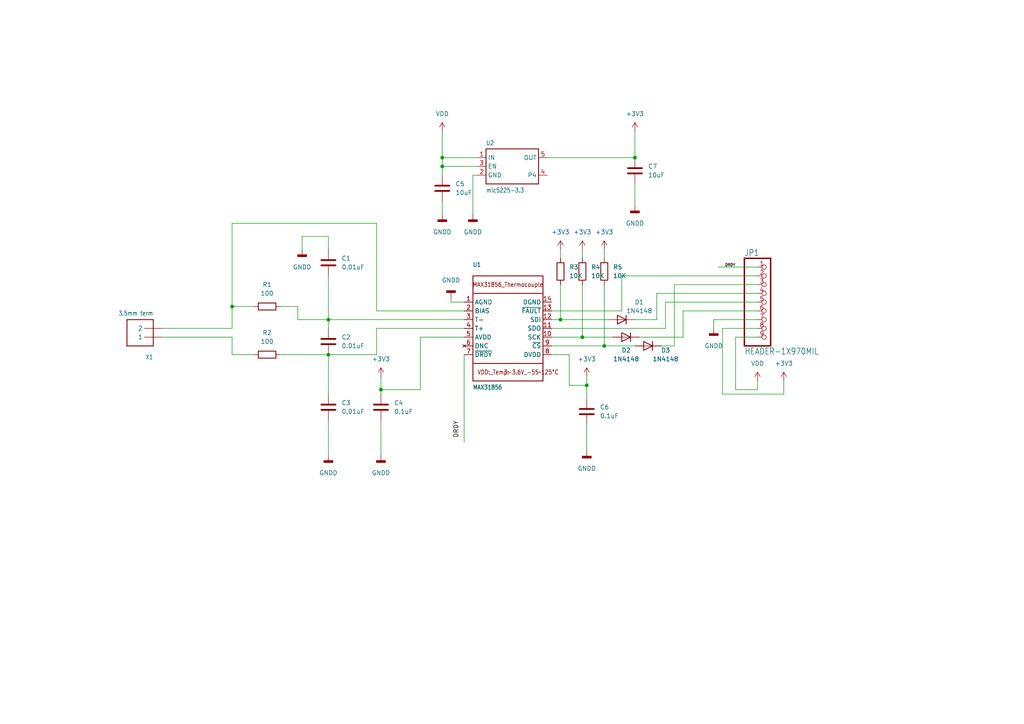
<source format=kicad_sch>
(kicad_sch (version 20211123) (generator eeschema)
  (paper "A4")
  (title_block (title "MAX31856 Thermocouple Amplifier") (date "2022-07-25") (rev "0.0.0") (company "FirstLink Consulting Services") (comment 1 "Shameless Copy from AdaFruit") (comment 2 "Hardware Class 2022"))
  (lib_symbols
    (symbol "Adafruit MAX31856-eagle-import:HEADER-1X970MIL"
      (property "Reference" "JP" (at -6.35 13.335 0))
      (property "Value" "HEADER-1X970MIL" (at -6.35 -15.24 0))
      (symbol "HEADER-1X970MIL_1_0"
        (polyline (pts (xy -6.35 -12.7) (xy 1.27 -12.7)) (stroke (width 0.4064)))
        (polyline (pts (xy -6.35 12.7) (xy -6.35 -12.7)) (stroke (width 0.4064)))
        (polyline (pts (xy 1.27 -12.7) (xy 1.27 12.7)) (stroke (width 0.4064)))
        (polyline (pts (xy 1.27 12.7) (xy -6.35 12.7)) (stroke (width 0.4064)))
        (pin passive inverted (at -2.54 10.16 0) (length 2.54) (name "1") (number "1"))
        (pin passive inverted (at -2.54 7.62 0) (length 2.54) (name "2") (number "2"))
        (pin passive inverted (at -2.54 5.08 0) (length 2.54) (name "3") (number "3"))
        (pin passive inverted (at -2.54 2.54 0) (length 2.54) (name "4") (number "4"))
        (pin passive inverted (at -2.54 0 0) (length 2.54) (name "5") (number "5"))
        (pin passive inverted (at -2.54 -2.54 0) (length 2.54) (name "6") (number "6"))
        (pin passive inverted (at -2.54 -5.08 0) (length 2.54) (name "7") (number "7"))
        (pin passive inverted (at -2.54 -7.62 0) (length 2.54) (name "8") (number "8"))
        (pin passive inverted (at -2.54 -10.16 0) (length 2.54) (name "9") (number "9"))
      )
    )
    (symbol "Adafruit MAX31856-eagle-import:MAX31856"
      (property "Value" "MAX31856" (at -10.16 -17.78 0))
      (symbol "MAX31856_1_0"
        (polyline (pts (xy -10.16 -15.24) (xy 10.16 -15.24)) (stroke (width 0.254)))
        (polyline (pts (xy -10.16 -10.16) (xy -10.16 -15.24)) (stroke (width 0.254)))
        (polyline (pts (xy -10.16 -10.16) (xy -10.16 10.16)) (stroke (width 0.254)))
        (polyline (pts (xy -10.16 10.16) (xy -10.16 15.24)) (stroke (width 0.254)))
        (polyline (pts (xy -10.16 10.16) (xy 10.16 10.16)) (stroke (width 0.254)))
        (polyline (pts (xy -10.16 15.24) (xy 10.16 15.24)) (stroke (width 0.254)))
        (polyline (pts (xy 10.16 -15.24) (xy 10.16 -10.16)) (stroke (width 0.254)))
        (polyline (pts (xy 10.16 -10.16) (xy -10.16 -10.16)) (stroke (width 0.254)))
        (polyline (pts (xy 10.16 10.16) (xy 10.16 -10.16)) (stroke (width 0.254)))
        (polyline (pts (xy 10.16 15.24) (xy 10.16 10.16)) (stroke (width 0.254)))
        (text "3-3.6V_-55~125°C" (at -1.27 -12.7 0) (effects (font (size 1.27 1.0795)) (justify left)))
        (text "MAX31856_Thermocouple" (at 0 12.7 0) (effects (font (size 1.27 1.0795))))
        (text "VDD:_Temp:" (at -8.89 -12.7 0) (effects (font (size 1.27 1.0795)) (justify left)))
        (pin power_in line (at -12.7 7.62 0) (length 2.54) (name "AGND") (number "1"))
        (pin input line (at 12.7 -2.54 180) (length 2.54) (name "SCK") (number "10"))
        (pin output line (at 12.7 0 180) (length 2.54) (name "SDO") (number "11"))
        (pin input line (at 12.7 2.54 180) (length 2.54) (name "SDI") (number "12"))
        (pin output line (at 12.7 5.08 180) (length 2.54) (name "~{FAULT}") (number "13"))
        (pin power_in line (at 12.7 7.62 180) (length 2.54) (name "DGND") (number "14"))
        (pin power_in line (at -12.7 5.08 0) (length 2.54) (name "BIAS") (number "2"))
        (pin input line (at -12.7 2.54 0) (length 2.54) (name "T-") (number "3"))
        (pin input line (at -12.7 0 0) (length 2.54) (name "T+") (number "4"))
        (pin power_in line (at -12.7 -2.54 0) (length 2.54) (name "AVDD") (number "5"))
        (pin no_connect line (at -12.7 -5.08 0) (length 2.54) (name "DNC") (number "6"))
        (pin output line (at -12.7 -7.62 0) (length 2.54) (name "~{DRDY}") (number "7"))
        (pin power_in line (at 12.7 -7.62 180) (length 2.54) (name "DVDD") (number "8"))
        (pin input line (at 12.7 -5.08 180) (length 2.54) (name "~{CS}") (number "9"))
      )
    )
    (symbol "Adafruit MAX31856-eagle-import:TERMBLOCK_1X2"
      (property "Reference" "X" (at -2.54 7.62 0))
      (property "Value" "TERMBLOCK_1X2" (at -2.54 -5.08 0))
      (symbol "TERMBLOCK_1X2_1_0"
        (polyline (pts (xy -2.54 -2.54) (xy 5.08 -2.54)) (stroke (width 0.254)))
        (polyline (pts (xy -2.54 5.08) (xy -2.54 -2.54)) (stroke (width 0.254)))
        (polyline (pts (xy 5.08 -2.54) (xy 5.08 5.08)) (stroke (width 0.254)))
        (polyline (pts (xy 5.08 5.08) (xy -2.54 5.08)) (stroke (width 0.254)))
        (pin passive line (at -5.08 2.54 0) (length 5.08) (name "1") (number "1"))
        (pin passive line (at -5.08 0 0) (length 5.08) (name "2") (number "2"))
      )
    )
    (symbol "Adafruit MAX31856-eagle-import:VREG_SOT23-5"
      (property "Reference" "U" (at -7.62 6.096 0))
      (property "Value" "VREG_SOT23-5" (at -7.62 -7.62 0))
      (symbol "VREG_SOT23-5_1_0"
        (polyline (pts (xy -7.62 -5.08) (xy -7.62 5.08)) (stroke (width 0.254)))
        (polyline (pts (xy -7.62 5.08) (xy 7.62 5.08)) (stroke (width 0.254)))
        (polyline (pts (xy 7.62 -5.08) (xy -7.62 -5.08)) (stroke (width 0.254)))
        (polyline (pts (xy 7.62 5.08) (xy 7.62 -5.08)) (stroke (width 0.254)))
        (pin power_in line (at -10.16 2.54 0) (length 2.54) (name "IN") (number "1"))
        (pin power_in line (at -10.16 -2.54 0) (length 2.54) (name "GND") (number "2"))
        (pin input line (at -10.16 0 0) (length 2.54) (name "EN") (number "3"))
        (pin bidirectional line (at 10.16 -2.54 180) (length 2.54) (name "P4") (number "4"))
        (pin power_in line (at 10.16 2.54 180) (length 2.54) (name "OUT") (number "5"))
      )
    )
    (symbol "Device:C" (pin_numbers hide) (pin_names (offset 0.254))
      (property "Reference" "C" (at 0.635 2.54 0))
      (property "Value" "C" (at 0.635 -2.54 0))
      (symbol "C_0_1"
        (polyline (pts (xy -2.032 -0.762) (xy 2.032 -0.762)) (stroke (width 0.508)))
        (polyline (pts (xy -2.032 0.762) (xy 2.032 0.762)) (stroke (width 0.508)))
      )
      (symbol "C_1_1"
        (pin passive line (at 0 3.81 270) (length 2.794) (name "~") (number "1"))
        (pin passive line (at 0 -3.81 90) (length 2.794) (name "~") (number "2"))
      )
    )
    (symbol "Device:D" (pin_numbers hide) (pin_names (offset 1.016) hide)
      (property "Reference" "D" (at 0 2.54 0))
      (property "Value" "D" (at 0 -2.54 0))
      (symbol "D_0_1"
        (polyline (pts (xy -1.27 1.27) (xy -1.27 -1.27)) (stroke (width 0.254)))
        (polyline (pts (xy 1.27 0) (xy -1.27 0)))
        (polyline (pts (xy 1.27 1.27) (xy 1.27 -1.27) (xy -1.27 0) (xy 1.27 1.27)) (stroke (width 0.254)))
      )
      (symbol "D_1_1"
        (pin passive line (at -3.81 0 0) (length 2.54) (name "K") (number "1"))
        (pin passive line (at 3.81 0 180) (length 2.54) (name "A") (number "2"))
      )
    )
    (symbol "Device:R" (pin_numbers hide) (pin_names (offset 0))
      (property "Reference" "R" (at 2.032 0 90))
      (property "Value" "R" (at 0 0 90))
      (symbol "R_0_1"
        (rectangle (start -1.016 -2.54) (end 1.016 2.54) (stroke (width 0.254)))
      )
      (symbol "R_1_1"
        (pin passive line (at 0 3.81 270) (length 1.27) (name "~") (number "1"))
        (pin passive line (at 0 -3.81 90) (length 1.27) (name "~") (number "2"))
      )
    )
    (symbol "power:+3.3V" (power) (pin_names (offset 0))
      (property "Value" "+3.3V" (at 0 3.556 0))
      (symbol "+3.3V_0_1"
        (polyline (pts (xy -0.762 1.27) (xy 0 2.54)))
        (polyline (pts (xy 0 0) (xy 0 2.54)))
        (polyline (pts (xy 0 2.54) (xy 0.762 1.27)))
      )
      (symbol "+3.3V_1_1"
        (pin power_in line (at 0 0 90) (length 0) hide (name "+3V3") (number "1"))
      )
    )
    (symbol "power:+3V3" (power) (pin_names (offset 0))
      (property "Value" "+3V3" (at 0 3.556 0))
      (symbol "+3V3_0_1"
        (polyline (pts (xy -0.762 1.27) (xy 0 2.54)))
        (polyline (pts (xy 0 0) (xy 0 2.54)))
        (polyline (pts (xy 0 2.54) (xy 0.762 1.27)))
      )
      (symbol "+3V3_1_1"
        (pin power_in line (at 0 0 90) (length 0) hide (name "+3V3") (number "1"))
      )
    )
    (symbol "power:GNDD" (power) (pin_names (offset 0))
      (property "Value" "GNDD" (at 0 -3.175 0))
      (symbol "GNDD_0_1"
        (rectangle (start -1.27 -1.524) (end 1.27 -2.032) (stroke (width 0.254)) (fill (type outline)))
        (polyline (pts (xy 0 0) (xy 0 -1.524)))
      )
      (symbol "GNDD_1_1"
        (pin power_in line (at 0 0 270) (length 0) hide (name "GNDD") (number "1"))
      )
    )
    (symbol "power:VDD" (power) (pin_names (offset 0))
      (property "Value" "VDD" (at 0 3.81 0))
      (symbol "VDD_0_1"
        (polyline (pts (xy -0.762 1.27) (xy 0 2.54)))
        (polyline (pts (xy 0 0) (xy 0 2.54)))
        (polyline (pts (xy 0 2.54) (xy 0.762 1.27)))
      )
      (symbol "VDD_1_1"
        (pin power_in line (at 0 0 90) (length 0) hide (name "VDD") (number "1"))
      )
    )
  )
  (junction (at 95.25 102.87))
  (junction (at 128.27 45.72))
  (junction (at 95.25 92.71))
  (junction (at 162.56 92.71))
  (junction (at 110.49 113.03))
  (junction (at 184.15 45.72))
  (junction (at 67.31 88.9))
  (junction (at 170.18 111.76))
  (junction (at 168.91 97.79))
  (junction (at 128.27 48.26))
  (junction (at 175.26 100.33))
  (wire (pts (xy 128.27 58.42) (xy 128.27 62.23)))
  (wire (pts (xy 134.62 92.71) (xy 95.25 92.71)))
  (wire (pts (xy 73.66 102.87) (xy 67.31 102.87)))
  (wire (pts (xy 110.49 113.03) (xy 110.49 114.3)))
  (wire (pts (xy 134.62 102.87) (xy 134.62 128.27)))
  (wire (pts (xy 209.55 95.25) (xy 219.71 95.25)))
  (wire (pts (xy 109.22 95.25) (xy 109.22 102.87)))
  (wire (pts (xy 175.26 100.33) (xy 184.15 100.33)))
  (wire (pts (xy 168.91 97.79) (xy 177.8 97.79)))
  (wire (pts (xy 67.31 95.25) (xy 46.99 95.25)))
  (wire (pts (xy 180.34 80.01) (xy 180.34 90.17)))
  (wire (pts (xy 128.27 48.26) (xy 138.43 48.26)))
  (wire (pts (xy 158.75 45.72) (xy 184.15 45.72)))
  (wire (pts (xy 81.28 102.87) (xy 95.25 102.87)))
  (wire (pts (xy 109.22 90.17) (xy 109.22 64.77)))
  (wire (pts (xy 162.56 72.39) (xy 162.56 74.93)))
  (wire (pts (xy 130.81 86.36) (xy 130.81 87.63)))
  (wire (pts (xy 95.25 121.92) (xy 95.25 132.08)))
  (wire (pts (xy 165.1 102.87) (xy 165.1 111.76)))
  (wire (pts (xy 193.04 95.25) (xy 193.04 87.63)))
  (wire (pts (xy 67.31 64.77) (xy 67.31 88.9)))
  (wire (pts (xy 128.27 48.26) (xy 128.27 50.8)))
  (wire (pts (xy 160.02 92.71) (xy 162.56 92.71)))
  (wire (pts (xy 175.26 72.39) (xy 175.26 74.93)))
  (wire (pts (xy 213.36 97.79) (xy 219.71 97.79)))
  (wire (pts (xy 213.36 113.03) (xy 213.36 97.79)))
  (wire (pts (xy 138.43 50.8) (xy 137.16 50.8)))
  (wire (pts (xy 170.18 111.76) (xy 170.18 115.57)))
  (wire (pts (xy 160.02 100.33) (xy 175.26 100.33)))
  (wire (pts (xy 95.25 72.39) (xy 95.25 68.58)))
  (wire (pts (xy 128.27 45.72) (xy 128.27 48.26)))
  (wire (pts (xy 207.01 92.71) (xy 207.01 95.25)))
  (wire (pts (xy 110.49 109.22) (xy 110.49 113.03)))
  (wire (pts (xy 87.63 68.58) (xy 87.63 72.39)))
  (wire (pts (xy 110.49 121.92) (xy 110.49 132.08)))
  (wire (pts (xy 67.31 102.87) (xy 67.31 97.79)))
  (wire (pts (xy 184.15 38.1) (xy 184.15 45.72)))
  (wire (pts (xy 95.25 68.58) (xy 87.63 68.58)))
  (wire (pts (xy 95.25 92.71) (xy 86.36 92.71)))
  (wire (pts (xy 190.5 85.09) (xy 190.5 92.71)))
  (wire (pts (xy 128.27 45.72) (xy 138.43 45.72)))
  (wire (pts (xy 219.71 80.01) (xy 180.34 80.01)))
  (wire (pts (xy 165.1 111.76) (xy 170.18 111.76)))
  (wire (pts (xy 137.16 50.8) (xy 137.16 62.23)))
  (wire (pts (xy 67.31 88.9) (xy 67.31 95.25)))
  (wire (pts (xy 134.62 97.79) (xy 121.92 97.79)))
  (wire (pts (xy 184.15 53.34) (xy 184.15 59.69)))
  (wire (pts (xy 209.55 95.25) (xy 209.55 114.3)))
  (wire (pts (xy 162.56 82.55) (xy 162.56 92.71)))
  (wire (pts (xy 128.27 38.1) (xy 128.27 45.72)))
  (wire (pts (xy 134.62 87.63) (xy 130.81 87.63)))
  (wire (pts (xy 160.02 97.79) (xy 168.91 97.79)))
  (wire (pts (xy 168.91 82.55) (xy 168.91 97.79)))
  (wire (pts (xy 185.42 97.79) (xy 198.12 97.79)))
  (wire (pts (xy 170.18 123.19) (xy 170.18 130.81)))
  (wire (pts (xy 134.62 95.25) (xy 109.22 95.25)))
  (wire (pts (xy 160.02 90.17) (xy 180.34 90.17)))
  (wire (pts (xy 110.49 113.03) (xy 121.92 113.03)))
  (wire (pts (xy 191.77 100.33) (xy 195.58 100.33)))
  (wire (pts (xy 219.71 90.17) (xy 198.12 90.17)))
  (wire (pts (xy 109.22 102.87) (xy 95.25 102.87)))
  (wire (pts (xy 219.71 113.03) (xy 213.36 113.03)))
  (wire (pts (xy 219.71 85.09) (xy 190.5 85.09)))
  (wire (pts (xy 193.04 87.63) (xy 219.71 87.63)))
  (wire (pts (xy 198.12 90.17) (xy 198.12 97.79)))
  (wire (pts (xy 170.18 109.22) (xy 170.18 111.76)))
  (wire (pts (xy 86.36 88.9) (xy 81.28 88.9)))
  (wire (pts (xy 195.58 100.33) (xy 195.58 82.55)))
  (wire (pts (xy 219.71 110.49) (xy 219.71 113.03)))
  (wire (pts (xy 86.36 92.71) (xy 86.36 88.9)))
  (wire (pts (xy 209.55 114.3) (xy 227.33 114.3)))
  (wire (pts (xy 95.25 92.71) (xy 95.25 95.25)))
  (wire (pts (xy 160.02 102.87) (xy 165.1 102.87)))
  (wire (pts (xy 134.62 90.17) (xy 109.22 90.17)))
  (wire (pts (xy 121.92 97.79) (xy 121.92 113.03)))
  (wire (pts (xy 160.02 95.25) (xy 193.04 95.25)))
  (wire (pts (xy 195.58 82.55) (xy 219.71 82.55)))
  (wire (pts (xy 73.66 88.9) (xy 67.31 88.9)))
  (wire (pts (xy 208.28 77.47) (xy 219.71 77.47)))
  (wire (pts (xy 175.26 82.55) (xy 175.26 100.33)))
  (wire (pts (xy 46.99 97.79) (xy 67.31 97.79)))
  (wire (pts (xy 95.25 102.87) (xy 95.25 114.3)))
  (wire (pts (xy 219.71 92.71) (xy 207.01 92.71)))
  (wire (pts (xy 168.91 72.39) (xy 168.91 74.93)))
  (wire (pts (xy 184.15 92.71) (xy 190.5 92.71)))
  (wire (pts (xy 95.25 80.01) (xy 95.25 92.71)))
  (wire (pts (xy 109.22 64.77) (xy 67.31 64.77)))
  (wire (pts (xy 227.33 114.3) (xy 227.33 110.49)))
  (wire (pts (xy 162.56 92.71) (xy 176.53 92.71)))
  (label "DRDY" (at 133.35 127 90))
  (label "DRDY" (at 213.36 77.47 180) (effects (font (size 0.762 0.762))))
  (symbol (lib_id "power:GNDD") (at 184.15 59.69 0) (unit 1)
    (property "Reference" "#PWR0105" (effects hide))
    (property "Value" "GNDD" (at 184.15 64.77 0))
  )
  (symbol (lib_id "power:+3V3") (at 227.33 110.49 0) (unit 1)
    (property "Reference" "#PWR015" (effects hide))
    (property "Value" "+3V3" (at 227.33 105.41 0))
  )
  (symbol (lib_id "Device:C") (at 170.18 119.38 0) (unit 1)
    (property "Reference" "C6" (at 173.99 118.1099 0) (effects (justify left)))
    (property "Value" "0.1uF" (at 173.99 120.6499 0) (effects (justify left)))
    (property "Footprint" "Capacitor_SMD:C_1206_3216Metric_Pad1.33x1.80mm_HandSolder" (effects hide))
  )
  (symbol (lib_id "Device:R") (at 77.47 88.9 90) (unit 1)
    (property "Reference" "R1" (at 77.47 82.55 90))
    (property "Value" "100" (at 77.47 85.09 90))
    (property "Footprint" "Resistor_SMD:R_1206_3216Metric_Pad1.30x1.75mm_HandSolder" (effects hide))
  )
  (symbol (lib_id "Adafruit MAX31856-eagle-import:MAX31856") (at 147.32 95.25 0) (unit 1)
    (property "Reference" "U1" (at 137.16 77.47 0) (effects (font (size 1.27 1.0795)) (justify left bottom)))
    (property "Value" "MAX31856" (at 137.16 113.03 0) (effects (font (size 1.27 1.0795)) (justify left bottom)))
    (property "Footprint" "MAX31856MUD_:SOP65P640X110-14N" (effects hide))
  )
  (symbol (lib_id "power:GNDD") (at 130.81 86.36 180) (unit 1)
    (property "Reference" "#PWR04" (effects hide))
    (property "Value" "GNDD" (at 130.81 81.28 0))
  )
  (symbol (lib_id "Device:C") (at 95.25 118.11 0) (unit 1)
    (property "Reference" "C3" (at 99.06 116.8399 0) (effects (justify left)))
    (property "Value" "0.01uF" (at 99.06 119.3799 0) (effects (justify left)))
    (property "Footprint" "Capacitor_SMD:C_1206_3216Metric_Pad1.33x1.80mm_HandSolder" (effects hide))
  )
  (symbol (lib_id "Adafruit MAX31856-eagle-import:TERMBLOCK_1X2") (at 41.91 95.25 180) (unit 1)
    (property "Reference" "X1" (at 44.45 102.87 0) (effects (font (size 1.27 1.0795)) (justify left bottom)))
    (property "Value" "3.5mm term" (at 44.45 90.17 0) (effects (font (size 1.27 1.0795)) (justify left bottom)))
    (property "Footprint" "TerminalBlock_Altech:Altech_AK300_1x02_P5.00mm_45-Degree" (effects hide))
  )
  (symbol (lib_id "power:+3.3V") (at 162.56 72.39 0) (unit 1)
    (property "Reference" "#PWR06" (effects hide))
    (property "Value" "+3.3V" (at 162.56 67.31 0))
  )
  (symbol (lib_id "Device:C") (at 95.25 76.2 0) (unit 1)
    (property "Reference" "C1" (at 99.06 74.9299 0) (effects (justify left)))
    (property "Value" "0.01uF" (at 99.06 77.4699 0) (effects (justify left)))
    (property "Footprint" "Capacitor_SMD:C_1206_3216Metric_Pad1.33x1.80mm_HandSolder" (effects hide))
  )
  (symbol (lib_id "Device:C") (at 95.25 99.06 0) (unit 1)
    (property "Reference" "C2" (at 99.06 97.7899 0) (effects (justify left)))
    (property "Value" "0.01uF" (at 99.06 100.3299 0) (effects (justify left)))
    (property "Footprint" "Capacitor_SMD:C_1206_3216Metric_Pad1.33x1.80mm_HandSolder" (effects hide))
  )
  (symbol (lib_id "power:+3.3V") (at 170.18 109.22 0) (unit 1)
    (property "Reference" "#PWR08" (effects hide))
    (property "Value" "+3.3V" (at 170.18 104.14 0))
  )
  (symbol (lib_id "Adafruit MAX31856-eagle-import:HEADER-1X970MIL") (at 222.25 87.63 0) (unit 1)
    (property "Reference" "JP1" (at 215.9 74.295 0) (effects (font (size 1.778 1.5113)) (justify left bottom)))
    (property "Value" "HEADER-1X970MIL" (at 215.9 102.87 0) (effects (font (size 1.778 1.5113)) (justify left bottom)))
    (property "Footprint" "Connector_PinHeader_1.00mm:PinHeader_1x09_P1.00mm_Vertical_SMD_Pin1Left" (effects hide))
  )
  (symbol (lib_id "power:GNDD") (at 137.16 62.23 0) (unit 1)
    (property "Reference" "#PWR0104" (effects hide))
    (property "Value" "GNDD" (at 137.16 67.31 0))
  )
  (symbol (lib_id "Device:R") (at 175.26 78.74 0) (unit 1)
    (property "Reference" "R5" (at 177.8 77.4699 0) (effects (justify left)))
    (property "Value" "10K" (at 177.8 80.0099 0) (effects (justify left)))
    (property "Footprint" "Resistor_SMD:R_1206_3216Metric_Pad1.30x1.75mm_HandSolder" (effects hide))
  )
  (symbol (lib_id "power:+3.3V") (at 110.49 109.22 0) (unit 1)
    (property "Reference" "#PWR01" (effects hide))
    (property "Value" "+3.3V" (at 110.49 104.14 0))
  )
  (symbol (lib_id "Device:R") (at 168.91 78.74 0) (unit 1)
    (property "Reference" "R4" (at 171.45 77.4699 0) (effects (justify left)))
    (property "Value" "10K" (at 171.45 80.0099 0) (effects (justify left)))
    (property "Footprint" "Resistor_SMD:R_1206_3216Metric_Pad1.30x1.75mm_HandSolder" (effects hide))
  )
  (symbol (lib_id "Device:C") (at 128.27 54.61 0) (unit 1)
    (property "Reference" "C5" (at 132.08 53.3399 0) (effects (justify left)))
    (property "Value" "10uF" (at 132.08 55.8799 0) (effects (justify left)))
    (property "Footprint" "Capacitor_SMD:C_1206_3216Metric_Pad1.33x1.80mm_HandSolder" (effects hide))
  )
  (symbol (lib_id "power:+3V3") (at 184.15 38.1 0) (unit 1)
    (property "Reference" "#PWR011" (effects hide))
    (property "Value" "+3V3" (at 184.15 33.02 0))
  )
  (symbol (lib_id "power:GNDD") (at 128.27 62.23 0) (unit 1)
    (property "Reference" "#PWR0101" (effects hide))
    (property "Value" "GNDD" (at 128.27 67.31 0))
  )
  (symbol (lib_id "power:GNDD") (at 170.18 130.81 0) (unit 1)
    (property "Reference" "#PWR0107" (effects hide))
    (property "Value" "GNDD" (at 170.18 135.89 0))
  )
  (symbol (lib_id "Device:D") (at 180.34 92.71 180) (unit 1)
    (property "Reference" "D1" (at 185.42 87.63 0))
    (property "Value" "1N4148" (at 185.42 90.17 0))
    (property "Footprint" "Diode_SMD:D_SOD-323" (effects hide))
  )
  (symbol (lib_id "Device:R") (at 162.56 78.74 0) (unit 1)
    (property "Reference" "R3" (at 165.1 77.4699 0) (effects (justify left)))
    (property "Value" "10K" (at 165.1 80.0099 0) (effects (justify left)))
    (property "Footprint" "Resistor_SMD:R_1206_3216Metric_Pad1.30x1.75mm_HandSolder" (effects hide))
  )
  (symbol (lib_id "Device:R") (at 77.47 102.87 90) (unit 1)
    (property "Reference" "R2" (at 77.47 96.52 90))
    (property "Value" "100" (at 77.47 99.06 90))
    (property "Footprint" "Resistor_SMD:R_1206_3216Metric_Pad1.30x1.75mm_HandSolder" (effects hide))
  )
  (symbol (lib_id "Device:D") (at 187.96 100.33 180) (unit 1)
    (property "Reference" "D3" (at 193.04 101.6 0))
    (property "Value" "1N4148" (at 193.04 104.14 0))
    (property "Footprint" "Diode_SMD:D_SOD-323" (effects hide))
  )
  (symbol (lib_id "Device:C") (at 184.15 49.53 0) (unit 1)
    (property "Reference" "C7" (at 187.96 48.2599 0) (effects (justify left)))
    (property "Value" "10uF" (at 187.96 50.7999 0) (effects (justify left)))
    (property "Footprint" "Capacitor_SMD:C_1206_3216Metric_Pad1.33x1.80mm_HandSolder" (effects hide))
  )
  (symbol (lib_id "Adafruit MAX31856-eagle-import:VREG_SOT23-5") (at 148.59 48.26 0) (unit 1)
    (property "Reference" "U2" (at 140.97 42.164 0) (effects (font (size 1.27 1.0795)) (justify left bottom)))
    (property "Value" "mic5225-3.3" (at 140.97 55.88 0) (effects (font (size 1.27 1.0795)) (justify left bottom)))
    (property "Footprint" "IC_Microchip Technology_MIC5225-3:Microchip_Technology-SOT23-5LD-PL-1-0-0-IPC_A" (effects hide))
  )
  (symbol (lib_id "Device:C") (at 110.49 118.11 0) (unit 1)
    (property "Reference" "C4" (at 114.3 116.8399 0) (effects (justify left)))
    (property "Value" "0.1uF" (at 114.3 119.3799 0) (effects (justify left)))
    (property "Footprint" "Capacitor_SMD:C_1206_3216Metric_Pad1.33x1.80mm_HandSolder" (effects hide))
  )
  (symbol (lib_id "power:GNDD") (at 87.63 72.39 0) (unit 1)
    (property "Reference" "#PWR?" (effects hide))
    (property "Value" "GNDD" (at 87.63 77.47 0))
  )
  (symbol (lib_id "power:GNDD") (at 95.25 132.08 0) (unit 1)
    (property "Reference" "#PWR0102" (effects hide))
    (property "Value" "GNDD" (at 95.25 137.16 0))
  )
  (symbol (lib_id "power:+3.3V") (at 175.26 72.39 0) (unit 1)
    (property "Reference" "#PWR010" (effects hide))
    (property "Value" "+3.3V" (at 175.26 67.31 0))
  )
  (symbol (lib_id "power:GNDD") (at 110.49 132.08 0) (unit 1)
    (property "Reference" "#PWR0103" (effects hide))
    (property "Value" "GNDD" (at 110.49 137.16 0))
  )
  (symbol (lib_id "power:+3.3V") (at 168.91 72.39 0) (unit 1)
    (property "Reference" "#PWR07" (effects hide))
    (property "Value" "+3.3V" (at 168.91 67.31 0))
  )
  (symbol (lib_id "Device:D") (at 181.61 97.79 180) (unit 1)
    (property "Reference" "D2" (at 181.61 101.6 0))
    (property "Value" "1N4148" (at 181.61 104.14 0))
    (property "Footprint" "Diode_SMD:D_SOD-323" (effects hide))
  )
  (symbol (lib_id "power:VDD") (at 219.71 110.49 0) (unit 1)
    (property "Reference" "#PWR014" (effects hide))
    (property "Value" "VDD" (at 219.71 105.41 0))
  )
  (symbol (lib_id "power:GNDD") (at 207.01 95.25 0) (unit 1)
    (property "Reference" "#PWR0106" (effects hide))
    (property "Value" "GNDD" (at 207.01 100.33 0))
  )
  (symbol (lib_id "power:VDD") (at 128.27 38.1 0) (unit 1)
    (property "Reference" "#PWR02" (effects hide))
    (property "Value" "VDD" (at 128.27 33.02 0))
  )
)
</source>
